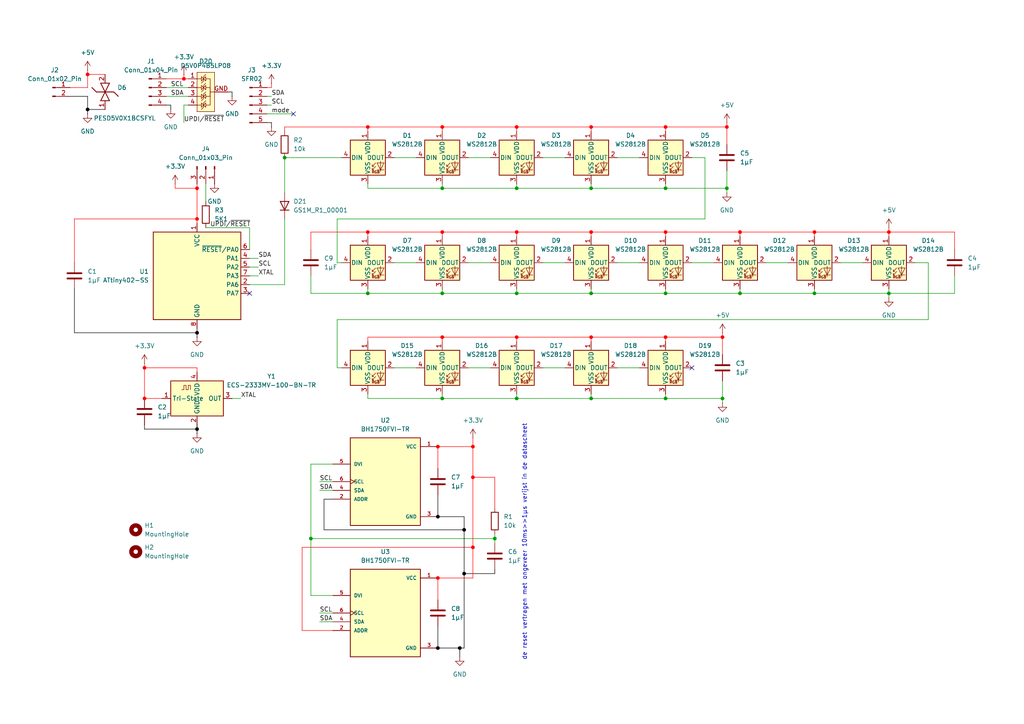
<source format=kicad_sch>
(kicad_sch (version 20250114) (generator "eeschema") (generator_version "9.0")
  (paper "A4")
  (lib_symbols
    (symbol "BH1750FVI-TR:BH1750FVI-TR" (pin_names (offset 1.016))
      (property "Reference" "U" (at -10.1737 13.462 0))
      (property "Value" "BH1750FVI-TR" (at -9.922 -15.24 0))
      (symbol "BH1750FVI-TR_0_0"
        (pin input line (at -15.24 5.08 0) (length 5.08) (name "DVI") (number "5"))
        (pin input clock (at -15.24 0 0) (length 5.08) (name "SCL") (number "6"))
        (pin bidirectional line (at -15.24 -2.54 0) (length 5.08) (name "SDA") (number "4"))
        (pin input line (at -15.24 -5.08 0) (length 5.08) (name "ADDR") (number "2"))
        (pin power_in line (at 15.24 10.16 180) (length 5.08) (name "VCC") (number "1"))
        (pin power_in line (at 15.24 -10.16 180) (length 5.08) (name "GND") (number "3"))
      )
    )
    (symbol "Connector:Conn_01x02_Pin" (pin_names (offset 1.016) (hide yes))
      (property "Reference" "J" (at 0 2.54 0))
      (property "Value" "Conn_01x02_Pin" (at 0 -5.08 0))
      (symbol "Conn_01x02_Pin_1_1"
        (pin passive line (at 5.08 0 180) (length 3.81) (name "Pin_1") (number "1"))
        (pin passive line (at 5.08 -2.54 180) (length 3.81) (name "Pin_2") (number "2"))
      )
    )
    (symbol "Connector:Conn_01x03_Pin" (pin_names (offset 1.016) (hide yes))
      (property "Reference" "J" (at 0 5.08 0))
      (property "Value" "Conn_01x03_Pin" (at 0 -5.08 0))
      (symbol "Conn_01x03_Pin_1_1"
        (pin passive line (at 5.08 2.54 180) (length 3.81) (name "Pin_1") (number "1"))
        (pin passive line (at 5.08 0 180) (length 3.81) (name "Pin_2") (number "2"))
        (pin passive line (at 5.08 -2.54 180) (length 3.81) (name "Pin_3") (number "3"))
      )
    )
    (symbol "Connector:Conn_01x04_Pin" (pin_names (offset 1.016) (hide yes))
      (property "Reference" "J" (at 0 5.08 0))
      (property "Value" "Conn_01x04_Pin" (at 0 -7.62 0))
      (symbol "Conn_01x04_Pin_1_1"
        (pin passive line (at 5.08 2.54 180) (length 3.81) (name "Pin_1") (number "1"))
        (pin passive line (at 5.08 0 180) (length 3.81) (name "Pin_2") (number "2"))
        (pin passive line (at 5.08 -2.54 180) (length 3.81) (name "Pin_3") (number "3"))
        (pin passive line (at 5.08 -5.08 180) (length 3.81) (name "Pin_4") (number "4"))
      )
    )
    (symbol "Connector:Conn_01x05_Pin" (pin_names (offset 1.016) (hide yes))
      (property "Reference" "J" (at 0 7.62 0))
      (property "Value" "Conn_01x05_Pin" (at 0 -7.62 0))
      (symbol "Conn_01x05_Pin_1_1"
        (pin passive line (at 5.08 5.08 180) (length 3.81) (name "Pin_1") (number "1"))
        (pin passive line (at 5.08 2.54 180) (length 3.81) (name "Pin_2") (number "2"))
        (pin passive line (at 5.08 0 180) (length 3.81) (name "Pin_3") (number "3"))
        (pin passive line (at 5.08 -2.54 180) (length 3.81) (name "Pin_4") (number "4"))
        (pin passive line (at 5.08 -5.08 180) (length 3.81) (name "Pin_5") (number "5"))
      )
    )
    (symbol "Device:C" (pin_numbers (hide yes)) (pin_names (offset 0.254))
      (property "Reference" "C" (at 0.635 2.54 0))
      (property "Value" "C" (at 0.635 -2.54 0))
      (symbol "C_1_1"
        (pin passive line (at 0 3.81 270) (length 2.794) (name "~") (number "1"))
        (pin passive line (at 0 -3.81 90) (length 2.794) (name "~") (number "2"))
      )
    )
    (symbol "Device:D" (pin_numbers (hide yes)) (pin_names (offset 1.016) (hide yes))
      (property "Reference" "D" (at 0 2.54 0))
      (property "Value" "D" (at 0 -2.54 0))
      (symbol "D_1_1"
        (pin passive line (at -3.81 0 0) (length 2.54) (name "K") (number "1"))
        (pin passive line (at 3.81 0 180) (length 2.54) (name "A") (number "2"))
      )
    )
    (symbol "Device:R" (pin_numbers (hide yes)) (pin_names (offset 0))
      (property "Reference" "R" (at 2.032 0 90))
      (property "Value" "R" (at 0 0 90))
      (symbol "R_1_1"
        (pin passive line (at 0 3.81 270) (length 1.27) (name "~") (number "1"))
        (pin passive line (at 0 -3.81 90) (length 1.27) (name "~") (number "2"))
      )
    )
    (symbol "LED:WS2812B" (pin_names (offset 0.254))
      (property "Reference" "D" (at 5.08 5.715 0))
      (property "Value" "WS2812B" (at 1.27 -5.715 0))
      (symbol "WS2812B_0_0"
        (text "RGB" (at 2.286 -4.191 0) (effects (font (size 0.762 0.762))))
      )
      (symbol "WS2812B_1_1"
        (pin input line (at -7.62 0 0) (length 2.54) (name "DIN") (number "4"))
        (pin power_in line (at 0 7.62 270) (length 2.54) (name "VDD") (number "1"))
        (pin power_in line (at 0 -7.62 90) (length 2.54) (name "VSS") (number "3"))
        (pin output line (at 7.62 0 180) (length 2.54) (name "DOUT") (number "2"))
      )
    )
    (symbol "MCU_Microchip_ATtiny:ATtiny202-SS"
      (property "Reference" "U" (at -12.7 13.97 0))
      (property "Value" "ATtiny202-SS" (at 2.54 -13.97 0))
      (symbol "ATtiny202-SS_1_1"
        (pin power_in line (at 0 15.24 270) (length 2.54) (name "VCC") (number "1"))
        (pin power_in line (at 0 -15.24 90) (length 2.54) (name "GND") (number "8"))
        (pin bidirectional line (at 15.24 7.62 180) (length 2.54) (name "~{RESET}/PA0") (number "6"))
        (pin bidirectional line (at 15.24 5.08 180) (length 2.54) (name "PA1") (number "4"))
        (pin bidirectional line (at 15.24 2.54 180) (length 2.54) (name "PA2") (number "5"))
        (pin bidirectional line (at 15.24 0 180) (length 2.54) (name "PA3") (number "7"))
        (pin bidirectional line (at 15.24 -2.54 180) (length 2.54) (name "PA6") (number "2"))
        (pin bidirectional line (at 15.24 -5.08 180) (length 2.54) (name "PA7") (number "3"))
      )
    )
    (symbol "Mechanical:MountingHole" (pin_names (offset 1.016)) (exclude_from_sim yes) (in_bom no)
      (property "Reference" "H" (at 0 5.08 0))
      (property "Value" "MountingHole" (at 0 3.175 0))
    )
    (symbol "PESD5V0X1BCSFYL:PESD5V0X1BCSFYL" (pin_names (hide yes))
      (property "Reference" "D" (at 15.24 8.89 0))
      (property "Value" "PESD5V0X1BCSFYL" (at 15.24 6.35 0))
      (symbol "PESD5V0X1BCSFYL_1_1"
        (pin passive line (at 5.08 0 0) (length 2.54) (name "K1") (number "1"))
        (pin passive line (at 15.24 0 180) (length 2.54) (name "K2") (number "2"))
      )
    )
    (symbol "power:+3.3V" (power) (pin_numbers (hide yes)) (pin_names (offset 0) (hide yes))
      (property "Value" "+3.3V" (at 0 3.556 0))
      (symbol "+3.3V_1_1"
        (pin power_in line (at 0 0 90) (length 0) (name "~") (number "1"))
      )
    )
    (symbol "power:+5V" (power) (pin_numbers (hide yes)) (pin_names (offset 0) (hide yes))
      (property "Value" "+5V" (at 0 3.556 0))
      (symbol "+5V_1_1"
        (pin power_in line (at 0 0 90) (length 0) (name "~") (number "1"))
      )
    )
    (symbol "power:GND" (power) (pin_numbers (hide yes)) (pin_names (offset 0) (hide yes))
      (property "Value" "GND" (at 0 -3.81 0))
      (symbol "GND_1_1"
        (pin power_in line (at 0 0 270) (length 0) (name "~") (number "1"))
      )
    )
    (symbol "robot:D5V0P4B5LP08"
      (property "Reference" "D" (at 0 0 0))
      (symbol "D5V0P4B5LP08_1_1"
        (pin passive line (at -2.54 -2.54 0) (length 2.54) (name "") (number "1"))
        (pin passive line (at -2.54 -5.08 0) (length 2.54) (name "") (number "2"))
        (pin passive line (at -2.54 -7.62 0) (length 2.54) (name "") (number "3"))
        (pin passive line (at -2.54 -10.16 0) (length 2.54) (name "") (number "4"))
        (pin passive line (at 8.89 -6.35 180) (length 3.81) (name "") (number "GND"))
      )
    )
    (symbol "robot:ECS-2333MV-xxx-xx"
      (property "Reference" "Y" (at -5.08 6.35 0))
      (property "Value" "ECS-2333MV-xxx-xx" (at 1.27 -6.35 0))
      (symbol "ECS-2333MV-xxx-xx_1_1"
        (pin input line (at -10.16 0 0) (length 2.54) (name "Tri-State") (number "1"))
        (pin power_in line (at 0 7.62 270) (length 2.54) (name "VDD") (number "4"))
        (pin power_in line (at 0 -7.62 90) (length 2.54) (name "GND") (number "2"))
        (pin output line (at 10.16 0 180) (length 2.54) (name "OUT") (number "3"))
      )
    )
  )
  (text "de reset vertragen met ongeveer 10ms>>1µs verijst in de datascheet" (at 152.146 157.226 90) (effects (font (size 1.27 1.27))))
  (junction (at 214.63 85.09))
  (junction (at 128.27 115.57))
  (junction (at 127 129.54) (color 255 0 0 1))
  (junction (at 193.04 85.09))
  (junction (at 128.27 54.61))
  (junction (at 209.55 97.79) (color 255 0 0 1))
  (junction (at 90.17 156.21))
  (junction (at 57.15 124.46) (color 0 0 0 1))
  (junction (at 137.16 129.54) (color 255 0 0 1))
  (junction (at 57.15 96.52) (color 0 0 0 1))
  (junction (at 257.81 67.31) (color 255 0 0 1))
  (junction (at 171.45 85.09))
  (junction (at 236.22 85.09))
  (junction (at 171.45 97.79) (color 255 0 0 1))
  (junction (at 193.04 54.61))
  (junction (at 57.15 54.61) (color 255 0 0 1))
  (junction (at 137.16 138.43) (color 255 0 0 1))
  (junction (at 149.86 97.79) (color 255 0 0 1))
  (junction (at 128.27 36.83) (color 255 0 0 1))
  (junction (at 41.91 106.68) (color 255 0 0 1))
  (junction (at 193.04 97.79) (color 255 0 0 1))
  (junction (at 127 167.64) (color 255 0 0 1))
  (junction (at 127 187.96) (color 0 0 0 1))
  (junction (at 171.45 54.61))
  (junction (at 149.86 85.09))
  (junction (at 106.68 85.09))
  (junction (at 128.27 67.31) (color 255 0 0 1))
  (junction (at 171.45 36.83) (color 255 0 0 1))
  (junction (at 57.15 63.5) (color 255 0 0 1))
  (junction (at 137.16 158.75) (color 255 0 0 1))
  (junction (at 149.86 115.57))
  (junction (at 41.91 115.57) (color 255 0 0 1))
  (junction (at 25.4 31.75) (color 0 0 0 1))
  (junction (at 82.55 45.72))
  (junction (at 134.62 153.67) (color 0 0 0 1))
  (junction (at 149.86 54.61))
  (junction (at 133.35 187.96) (color 0 0 0 1))
  (junction (at 193.04 36.83) (color 255 0 0 1))
  (junction (at 193.04 67.31) (color 255 0 0 1))
  (junction (at 209.55 115.57))
  (junction (at 193.04 115.57))
  (junction (at 210.82 36.83) (color 255 0 0 1))
  (junction (at 25.4 21.59) (color 255 0 0 1))
  (junction (at 127 149.86) (color 0 0 0 1))
  (junction (at 210.82 54.61))
  (junction (at 106.68 67.31) (color 255 0 0 1))
  (junction (at 106.68 36.83) (color 255 0 0 1))
  (junction (at 171.45 67.31) (color 255 0 0 1))
  (junction (at 236.22 67.31) (color 255 0 0 1))
  (junction (at 257.81 85.09))
  (junction (at 134.62 166.37) (color 0 0 0 1))
  (junction (at 149.86 36.83) (color 255 0 0 1))
  (junction (at 149.86 67.31) (color 255 0 0 1))
  (junction (at 214.63 67.31) (color 255 0 0 1))
  (junction (at 143.51 156.21))
  (junction (at 53.34 22.86) (color 255 0 0 1))
  (junction (at 171.45 115.57))
  (junction (at 128.27 97.79) (color 255 0 0 1))
  (junction (at 128.27 85.09))
  (no_connect (at 200.66 106.68))
  (no_connect (at 72.39 85.09))
  (no_connect (at 85.09 33.02))
  (wire (pts (xy 127 149.86) (xy 134.62 149.86)) (stroke (width 0) (color 0 0 0 1)))
  (wire (pts (xy 41.91 124.46) (xy 57.15 124.46)) (stroke (width 0) (color 0 0 0 1)))
  (wire (pts (xy 137.16 138.43) (xy 143.51 138.43)) (stroke (width 0) (color 255 0 0 1)))
  (wire (pts (xy 171.45 114.3) (xy 171.45 115.57)))
  (wire (pts (xy 210.82 36.83) (xy 193.04 36.83)) (stroke (width 0) (color 255 0 0 1)))
  (wire (pts (xy 54.61 30.48) (xy 53.34 30.48)))
  (wire (pts (xy 143.51 138.43) (xy 143.51 147.32)) (stroke (width 0) (color 255 0 0 1)))
  (wire (pts (xy 106.68 97.79) (xy 128.27 97.79)) (stroke (width 0) (color 255 0 0 1)))
  (wire (pts (xy 114.3 76.2) (xy 120.65 76.2)))
  (wire (pts (xy 193.04 97.79) (xy 209.55 97.79)) (stroke (width 0) (color 255 0 0 1)))
  (wire (pts (xy 92.71 142.24) (xy 96.52 142.24)))
  (wire (pts (xy 48.26 30.48) (xy 49.53 30.48)) (stroke (width 0) (color 0 0 0 1)))
  (wire (pts (xy 54.61 22.86) (xy 53.34 22.86)) (stroke (width 0) (color 255 0 0 1)))
  (wire (pts (xy 157.48 76.2) (xy 163.83 76.2)))
  (wire (pts (xy 128.27 36.83) (xy 128.27 38.1)) (stroke (width 0) (color 255 0 0 1)))
  (wire (pts (xy 149.86 36.83) (xy 149.86 38.1)) (stroke (width 0) (color 255 0 0 1)))
  (wire (pts (xy 137.16 138.43) (xy 137.16 129.54)) (stroke (width 0) (color 255 0 0 1)))
  (wire (pts (xy 135.89 76.2) (xy 142.24 76.2)))
  (wire (pts (xy 106.68 54.61) (xy 128.27 54.61)))
  (wire (pts (xy 72.39 80.01) (xy 74.93 80.01)))
  (wire (pts (xy 276.86 72.39) (xy 276.86 67.31)) (stroke (width 0) (color 255 0 0 1)))
  (wire (pts (xy 72.39 74.93) (xy 74.93 74.93)))
  (wire (pts (xy 41.91 105.41) (xy 41.91 106.68)) (stroke (width 0) (color 255 0 0 1)))
  (wire (pts (xy 92.71 139.7) (xy 96.52 139.7)))
  (wire (pts (xy 193.04 114.3) (xy 193.04 115.57)))
  (wire (pts (xy 149.86 54.61) (xy 171.45 54.61)))
  (wire (pts (xy 53.34 30.48) (xy 53.34 35.56)))
  (wire (pts (xy 209.55 110.49) (xy 209.55 115.57)))
  (wire (pts (xy 57.15 63.5) (xy 57.15 64.77)) (stroke (width 0) (color 255 0 0 1)))
  (wire (pts (xy 128.27 97.79) (xy 149.86 97.79)) (stroke (width 0) (color 255 0 0 1)))
  (wire (pts (xy 171.45 85.09) (xy 193.04 85.09)))
  (wire (pts (xy 57.15 124.46) (xy 57.15 123.19)) (stroke (width 0) (color 0 0 0 1)))
  (wire (pts (xy 77.47 33.02) (xy 85.09 33.02)))
  (wire (pts (xy 134.62 187.96) (xy 133.35 187.96)) (stroke (width 0) (color 0 0 0 1)))
  (wire (pts (xy 171.45 53.34) (xy 171.45 54.61)))
  (wire (pts (xy 179.07 76.2) (xy 185.42 76.2)))
  (wire (pts (xy 82.55 63.5) (xy 82.55 82.55)))
  (wire (pts (xy 96.52 172.72) (xy 90.17 172.72)))
  (wire (pts (xy 214.63 85.09) (xy 236.22 85.09)))
  (wire (pts (xy 171.45 83.82) (xy 171.45 85.09)))
  (wire (pts (xy 137.16 158.75) (xy 137.16 138.43)) (stroke (width 0) (color 255 0 0 1)))
  (wire (pts (xy 209.55 97.79) (xy 209.55 102.87)) (stroke (width 0) (color 255 0 0 1)))
  (wire (pts (xy 90.17 172.72) (xy 90.17 156.21)))
  (wire (pts (xy 269.24 76.2) (xy 265.43 76.2)))
  (wire (pts (xy 236.22 67.31) (xy 257.81 67.31)) (stroke (width 0) (color 255 0 0 1)))
  (wire (pts (xy 77.47 35.56) (xy 78.74 35.56)) (stroke (width 0) (color 0 0 0 1)))
  (wire (pts (xy 57.15 95.25) (xy 57.15 96.52)) (stroke (width 0) (color 0 0 0 1)))
  (wire (pts (xy 269.24 92.71) (xy 269.24 76.2)))
  (wire (pts (xy 128.27 36.83) (xy 106.68 36.83)) (stroke (width 0) (color 255 0 0 1)))
  (wire (pts (xy 114.3 106.68) (xy 120.65 106.68)))
  (wire (pts (xy 157.48 106.68) (xy 163.83 106.68)))
  (wire (pts (xy 90.17 134.62) (xy 90.17 156.21)))
  (wire (pts (xy 82.55 55.88) (xy 82.55 45.72)))
  (wire (pts (xy 210.82 49.53) (xy 210.82 54.61)))
  (wire (pts (xy 171.45 67.31) (xy 193.04 67.31)) (stroke (width 0) (color 255 0 0 1)))
  (wire (pts (xy 179.07 45.72) (xy 185.42 45.72)))
  (wire (pts (xy 134.62 166.37) (xy 134.62 187.96)) (stroke (width 0) (color 0 0 0 1)))
  (wire (pts (xy 149.86 67.31) (xy 171.45 67.31)) (stroke (width 0) (color 255 0 0 1)))
  (wire (pts (xy 41.91 115.57) (xy 46.99 115.57)) (stroke (width 0) (color 255 0 0 1)))
  (wire (pts (xy 143.51 154.94) (xy 143.51 156.21)))
  (wire (pts (xy 106.68 67.31) (xy 90.17 67.31)) (stroke (width 0) (color 255 0 0 1)))
  (wire (pts (xy 171.45 36.83) (xy 149.86 36.83)) (stroke (width 0) (color 255 0 0 1)))
  (wire (pts (xy 25.4 31.75) (xy 30.48 31.75)) (stroke (width 0) (color 0 0 0 1)))
  (wire (pts (xy 93.98 144.78) (xy 93.98 153.67)) (stroke (width 0) (color 0 0 0 1)))
  (wire (pts (xy 41.91 124.46) (xy 41.91 123.19)) (stroke (width 0) (color 0 0 0 1)))
  (wire (pts (xy 214.63 83.82) (xy 214.63 85.09)))
  (wire (pts (xy 49.53 30.48) (xy 49.53 31.75)) (stroke (width 0) (color 0 0 0 1)))
  (wire (pts (xy 87.63 158.75) (xy 137.16 158.75)) (stroke (width 0) (color 255 0 0 1)))
  (wire (pts (xy 143.51 157.48) (xy 143.51 156.21)))
  (wire (pts (xy 157.48 45.72) (xy 163.83 45.72)))
  (wire (pts (xy 171.45 54.61) (xy 193.04 54.61)))
  (wire (pts (xy 82.55 45.72) (xy 99.06 45.72)))
  (wire (pts (xy 128.27 97.79) (xy 128.27 99.06)) (stroke (width 0) (color 255 0 0 1)))
  (wire (pts (xy 179.07 106.68) (xy 185.42 106.68)))
  (wire (pts (xy 193.04 97.79) (xy 193.04 99.06)) (stroke (width 0) (color 255 0 0 1)))
  (wire (pts (xy 97.79 92.71) (xy 269.24 92.71)))
  (wire (pts (xy 93.98 153.67) (xy 134.62 153.67)) (stroke (width 0) (color 0 0 0 1)))
  (wire (pts (xy 106.68 115.57) (xy 106.68 114.3)))
  (wire (pts (xy 257.81 85.09) (xy 257.81 86.36)))
  (wire (pts (xy 149.86 97.79) (xy 149.86 99.06)) (stroke (width 0) (color 255 0 0 1)))
  (wire (pts (xy 57.15 124.46) (xy 57.15 125.73)) (stroke (width 0) (color 0 0 0 1)))
  (wire (pts (xy 82.55 36.83) (xy 82.55 38.1)) (stroke (width 0) (color 255 0 0 1)))
  (wire (pts (xy 59.69 53.34) (xy 59.69 58.42)))
  (wire (pts (xy 57.15 106.68) (xy 57.15 107.95)) (stroke (width 0) (color 255 0 0 1)))
  (wire (pts (xy 87.63 182.88) (xy 87.63 158.75)) (stroke (width 0) (color 255 0 0 1)))
  (wire (pts (xy 127 167.64) (xy 127 173.99)) (stroke (width 0) (color 255 0 0 1)))
  (wire (pts (xy 209.55 97.79) (xy 209.55 96.52)) (stroke (width 0) (color 255 0 0 1)))
  (wire (pts (xy 53.34 22.86) (xy 53.34 21.59)) (stroke (width 0) (color 255 0 0 1)))
  (wire (pts (xy 114.3 45.72) (xy 120.65 45.72)))
  (wire (pts (xy 77.47 30.48) (xy 78.74 30.48)))
  (wire (pts (xy 77.47 25.4) (xy 78.74 25.4)) (stroke (width 0) (color 255 0 0 1)))
  (wire (pts (xy 134.62 149.86) (xy 134.62 153.67)) (stroke (width 0) (color 0 0 0 1)))
  (wire (pts (xy 106.68 67.31) (xy 128.27 67.31)) (stroke (width 0) (color 255 0 0 1)))
  (wire (pts (xy 193.04 36.83) (xy 171.45 36.83)) (stroke (width 0) (color 255 0 0 1)))
  (wire (pts (xy 25.4 21.59) (xy 30.48 21.59)) (stroke (width 0) (color 255 0 0 1)))
  (wire (pts (xy 149.86 53.34) (xy 149.86 54.61)))
  (wire (pts (xy 128.27 54.61) (xy 149.86 54.61)))
  (wire (pts (xy 214.63 67.31) (xy 236.22 67.31)) (stroke (width 0) (color 255 0 0 1)))
  (wire (pts (xy 171.45 115.57) (xy 149.86 115.57)))
  (wire (pts (xy 90.17 67.31) (xy 90.17 72.39)) (stroke (width 0) (color 255 0 0 1)))
  (wire (pts (xy 149.86 85.09) (xy 171.45 85.09)))
  (wire (pts (xy 21.59 83.82) (xy 21.59 96.52)) (stroke (width 0) (color 0 0 0 1)))
  (wire (pts (xy 222.25 76.2) (xy 228.6 76.2)))
  (wire (pts (xy 106.68 85.09) (xy 128.27 85.09)))
  (wire (pts (xy 236.22 83.82) (xy 236.22 85.09)))
  (wire (pts (xy 96.52 144.78) (xy 93.98 144.78)) (stroke (width 0) (color 0 0 0 1)))
  (wire (pts (xy 257.81 67.31) (xy 276.86 67.31)) (stroke (width 0) (color 255 0 0 1)))
  (wire (pts (xy 72.39 82.55) (xy 82.55 82.55)))
  (wire (pts (xy 50.8 54.61) (xy 57.15 54.61)) (stroke (width 0) (color 255 0 0 1)))
  (wire (pts (xy 25.4 25.4) (xy 25.4 21.59)) (stroke (width 0) (color 255 0 0 1)))
  (wire (pts (xy 236.22 67.31) (xy 236.22 68.58)) (stroke (width 0) (color 255 0 0 1)))
  (wire (pts (xy 21.59 96.52) (xy 57.15 96.52)) (stroke (width 0) (color 0 0 0 1)))
  (wire (pts (xy 25.4 21.59) (xy 25.4 20.32)) (stroke (width 0) (color 255 0 0 1)))
  (wire (pts (xy 25.4 31.75) (xy 25.4 33.02)) (stroke (width 0) (color 0 0 0 1)))
  (wire (pts (xy 133.35 187.96) (xy 133.35 190.5)) (stroke (width 0) (color 0 0 0 1)))
  (wire (pts (xy 57.15 53.34) (xy 57.15 54.61)) (stroke (width 0) (color 255 0 0 1)))
  (wire (pts (xy 106.68 53.34) (xy 106.68 54.61)))
  (wire (pts (xy 128.27 67.31) (xy 128.27 68.58)) (stroke (width 0) (color 255 0 0 1)))
  (wire (pts (xy 97.79 76.2) (xy 97.79 63.5)))
  (wire (pts (xy 193.04 83.82) (xy 193.04 85.09)))
  (wire (pts (xy 92.71 180.34) (xy 96.52 180.34)))
  (wire (pts (xy 20.32 27.94) (xy 25.4 27.94)) (stroke (width 0) (color 0 0 0 1)))
  (wire (pts (xy 193.04 53.34) (xy 193.04 54.61)))
  (wire (pts (xy 66.04 26.67) (xy 67.31 26.67)) (stroke (width 0) (color 0 0 0 1)))
  (wire (pts (xy 257.81 66.04) (xy 257.81 67.31)) (stroke (width 0) (color 255 0 0 1)))
  (wire (pts (xy 106.68 36.83) (xy 82.55 36.83)) (stroke (width 0) (color 255 0 0 1)))
  (wire (pts (xy 193.04 67.31) (xy 193.04 68.58)) (stroke (width 0) (color 255 0 0 1)))
  (wire (pts (xy 48.26 25.4) (xy 54.61 25.4)))
  (wire (pts (xy 48.26 27.94) (xy 54.61 27.94)))
  (wire (pts (xy 50.8 53.34) (xy 50.8 54.61)) (stroke (width 0) (color 255 0 0 1)))
  (wire (pts (xy 135.89 45.72) (xy 142.24 45.72)))
  (wire (pts (xy 200.66 45.72) (xy 204.47 45.72)))
  (wire (pts (xy 127 167.64) (xy 137.16 167.64)) (stroke (width 0) (color 255 0 0 1)))
  (wire (pts (xy 48.26 22.86) (xy 53.34 22.86)) (stroke (width 0) (color 255 0 0 1)))
  (wire (pts (xy 243.84 76.2) (xy 250.19 76.2)))
  (wire (pts (xy 210.82 36.83) (xy 210.82 41.91)) (stroke (width 0) (color 255 0 0 1)))
  (wire (pts (xy 149.86 97.79) (xy 171.45 97.79)) (stroke (width 0) (color 255 0 0 1)))
  (wire (pts (xy 96.52 134.62) (xy 90.17 134.62)))
  (wire (pts (xy 106.68 83.82) (xy 106.68 85.09)))
  (wire (pts (xy 128.27 85.09) (xy 149.86 85.09)))
  (wire (pts (xy 90.17 156.21) (xy 143.51 156.21)))
  (wire (pts (xy 257.81 67.31) (xy 257.81 68.58)) (stroke (width 0) (color 255 0 0 1)))
  (wire (pts (xy 57.15 54.61) (xy 57.15 63.5)) (stroke (width 0) (color 255 0 0 1)))
  (wire (pts (xy 276.86 85.09) (xy 276.86 80.01)))
  (wire (pts (xy 127 135.89) (xy 127 129.54)) (stroke (width 0) (color 255 0 0 1)))
  (wire (pts (xy 20.32 25.4) (xy 25.4 25.4)) (stroke (width 0) (color 255 0 0 1)))
  (wire (pts (xy 193.04 67.31) (xy 214.63 67.31)) (stroke (width 0) (color 255 0 0 1)))
  (wire (pts (xy 236.22 85.09) (xy 257.81 85.09)))
  (wire (pts (xy 72.39 77.47) (xy 74.93 77.47)))
  (wire (pts (xy 193.04 115.57) (xy 171.45 115.57)))
  (wire (pts (xy 59.69 66.04) (xy 72.39 66.04)))
  (wire (pts (xy 127 143.51) (xy 127 149.86)) (stroke (width 0) (color 0 0 0 1)))
  (wire (pts (xy 106.68 99.06) (xy 106.68 97.79)) (stroke (width 0) (color 255 0 0 1)))
  (wire (pts (xy 149.86 83.82) (xy 149.86 85.09)))
  (wire (pts (xy 99.06 76.2) (xy 97.79 76.2)))
  (wire (pts (xy 90.17 80.01) (xy 90.17 85.09)))
  (wire (pts (xy 128.27 83.82) (xy 128.27 85.09)))
  (wire (pts (xy 97.79 63.5) (xy 204.47 63.5)))
  (wire (pts (xy 257.81 85.09) (xy 276.86 85.09)))
  (wire (pts (xy 78.74 35.56) (xy 78.74 36.83)) (stroke (width 0) (color 0 0 0 1)))
  (wire (pts (xy 106.68 38.1) (xy 106.68 36.83)) (stroke (width 0) (color 255 0 0 1)))
  (wire (pts (xy 57.15 96.52) (xy 57.15 97.79)) (stroke (width 0) (color 0 0 0 1)))
  (wire (pts (xy 97.79 92.71) (xy 97.79 106.68)))
  (wire (pts (xy 67.31 26.67) (xy 67.31 27.94)) (stroke (width 0) (color 0 0 0 1)))
  (wire (pts (xy 171.45 67.31) (xy 171.45 68.58)) (stroke (width 0) (color 255 0 0 1)))
  (wire (pts (xy 137.16 129.54) (xy 137.16 127)) (stroke (width 0) (color 255 0 0 1)))
  (wire (pts (xy 193.04 85.09) (xy 214.63 85.09)))
  (wire (pts (xy 200.66 76.2) (xy 207.01 76.2)))
  (wire (pts (xy 210.82 35.56) (xy 210.82 36.83)) (stroke (width 0) (color 255 0 0 1)))
  (wire (pts (xy 193.04 54.61) (xy 210.82 54.61)))
  (wire (pts (xy 149.86 67.31) (xy 149.86 68.58)) (stroke (width 0) (color 255 0 0 1)))
  (wire (pts (xy 67.31 115.57) (xy 69.85 115.57)))
  (wire (pts (xy 128.27 67.31) (xy 149.86 67.31)) (stroke (width 0) (color 255 0 0 1)))
  (wire (pts (xy 127 181.61) (xy 127 187.96)) (stroke (width 0) (color 0 0 0 1)))
  (wire (pts (xy 214.63 67.31) (xy 214.63 68.58)) (stroke (width 0) (color 255 0 0 1)))
  (wire (pts (xy 106.68 68.58) (xy 106.68 67.31)) (stroke (width 0) (color 255 0 0 1)))
  (wire (pts (xy 21.59 63.5) (xy 57.15 63.5)) (stroke (width 0) (color 255 0 0 1)))
  (wire (pts (xy 149.86 36.83) (xy 128.27 36.83)) (stroke (width 0) (color 255 0 0 1)))
  (wire (pts (xy 127 187.96) (xy 133.35 187.96)) (stroke (width 0) (color 0 0 0 1)))
  (wire (pts (xy 128.27 114.3) (xy 128.27 115.57)))
  (wire (pts (xy 72.39 66.04) (xy 72.39 72.39)))
  (wire (pts (xy 210.82 54.61) (xy 210.82 55.88)))
  (wire (pts (xy 137.16 129.54) (xy 127 129.54)) (stroke (width 0) (color 255 0 0 1)))
  (wire (pts (xy 77.47 27.94) (xy 78.74 27.94)))
  (wire (pts (xy 21.59 63.5) (xy 21.59 76.2)) (stroke (width 0) (color 255 0 0 1)))
  (wire (pts (xy 209.55 115.57) (xy 209.55 116.84)))
  (wire (pts (xy 134.62 153.67) (xy 134.62 166.37)) (stroke (width 0) (color 0 0 0 1)))
  (wire (pts (xy 57.15 106.68) (xy 41.91 106.68)) (stroke (width 0) (color 255 0 0 1)))
  (wire (pts (xy 171.45 36.83) (xy 171.45 38.1)) (stroke (width 0) (color 255 0 0 1)))
  (wire (pts (xy 41.91 106.68) (xy 41.91 115.57)) (stroke (width 0) (color 255 0 0 1)))
  (wire (pts (xy 92.71 177.8) (xy 96.52 177.8)))
  (wire (pts (xy 209.55 115.57) (xy 193.04 115.57)))
  (wire (pts (xy 97.79 106.68) (xy 99.06 106.68)))
  (wire (pts (xy 134.62 166.37) (xy 143.51 166.37)) (stroke (width 0) (color 0 0 0 1)))
  (wire (pts (xy 149.86 114.3) (xy 149.86 115.57)))
  (wire (pts (xy 171.45 97.79) (xy 193.04 97.79)) (stroke (width 0) (color 255 0 0 1)))
  (wire (pts (xy 57.15 124.46) (xy 57.15 123.19)))
  (wire (pts (xy 78.74 25.4) (xy 78.74 24.13)) (stroke (width 0) (color 255 0 0 1)))
  (wire (pts (xy 135.89 106.68) (xy 142.24 106.68)))
  (wire (pts (xy 149.86 115.57) (xy 128.27 115.57)))
  (wire (pts (xy 257.81 83.82) (xy 257.81 85.09)))
  (wire (pts (xy 128.27 53.34) (xy 128.27 54.61)))
  (wire (pts (xy 171.45 97.79) (xy 171.45 99.06)) (stroke (width 0) (color 255 0 0 1)))
  (wire (pts (xy 137.16 167.64) (xy 137.16 158.75)) (stroke (width 0) (color 255 0 0 1)))
  (wire (pts (xy 193.04 36.83) (xy 193.04 38.1)) (stroke (width 0) (color 255 0 0 1)))
  (wire (pts (xy 128.27 115.57) (xy 106.68 115.57)))
  (wire (pts (xy 204.47 45.72) (xy 204.47 63.5)))
  (wire (pts (xy 96.52 182.88) (xy 87.63 182.88)) (stroke (width 0) (color 255 0 0 1)))
  (wire (pts (xy 90.17 85.09) (xy 106.68 85.09)))
  (wire (pts (xy 25.4 27.94) (xy 25.4 31.75)) (stroke (width 0) (color 0 0 0 1)))
  (wire (pts (xy 143.51 166.37) (xy 143.51 165.1)) (stroke (width 0) (color 0 0 0 1)))
  (label "UPDI{slash}~{RESET}" (at 60.96 66.04 0))
  (label "SDA" (at 78.74 27.94 0))
  (label "SCL" (at 92.71 139.7 0))
  (label "SCL" (at 78.74 30.48 0))
  (label "SDA" (at 92.71 180.34 0))
  (label "SDA" (at 92.71 142.24 0))
  (label "mode" (at 78.74 33.02 0))
  (label "SDA" (at 74.93 74.93 0))
  (label "UPDI{slash}~{RESET}" (at 53.34 35.56 0))
  (label "XTAL" (at 74.93 80.01 0))
  (label "SCL" (at 92.71 177.8 0))
  (label "SCL" (at 49.53 25.4 0))
  (label "XTAL" (at 69.85 115.57 0))
  (label "SCL" (at 74.93 77.47 0))
  (label "SDA" (at 49.53 27.94 0))
  (symbol (lib_id "Connector:Conn_01x02_Pin") (at 15.24 25.4 0) (unit 1)
    (property "Reference" "J2" (at 15.875 20.32 0))
    (property "Value" "Conn_01x02_Pin" (at 15.875 22.86 0))
    (property "Footprint" "Connector_PinHeader_2.54mm:PinHeader_1x02_P2.54mm_Vertical" (effects (hide yes)))
    (property "Description" "Generic connector, single row, 01x02, script generated" (effects (hide yes)))
  )
  (symbol (lib_id "Device:R") (at 59.69 62.23 0) (unit 1)
    (property "Reference" "R3" (at 62.23 60.9599 0) (effects (justify left)))
    (property "Value" "5K1" (at 62.23 63.4999 0) (effects (justify left)))
    (property "Footprint" "Resistor_SMD:R_0603_1608Metric" (effects (hide yes)))
    (property "Description" "Resistor" (effects (hide yes)))
  )
  (symbol (lib_id "power:GND") (at 78.74 36.83 0) (unit 1)
    (property "Reference" "#PWR015" (effects (hide yes)))
    (property "Value" "GND" (at 78.74 41.91 0))
    (property "Description" "Power symbol creates a global label with name \"GND\" , ground" (effects (hide yes)))
  )
  (symbol (lib_id "Device:C") (at 276.86 76.2 0) (unit 1)
    (property "Reference" "C4" (at 280.67 74.9299 0) (effects (justify left)))
    (property "Value" "1µF" (at 280.67 77.4699 0) (effects (justify left)))
    (property "Footprint" "Capacitor_SMD:C_0603_1608Metric" (effects (hide yes)))
    (property "Description" "Unpolarized capacitor" (effects (hide yes)))
  )
  (symbol (lib_id "power:GND") (at 133.35 190.5 0) (unit 1)
    (property "Reference" "#PWR019" (effects (hide yes)))
    (property "Value" "GND" (at 133.35 195.58 0))
    (property "Description" "Power symbol creates a global label with name \"GND\" , ground" (effects (hide yes)))
  )
  (symbol (lib_id "power:GND") (at 67.31 27.94 0) (unit 1)
    (property "Reference" "#PWR020" (effects (hide yes)))
    (property "Value" "GND" (at 67.31 33.02 0))
    (property "Description" "Power symbol creates a global label with name \"GND\" , ground" (effects (hide yes)))
  )
  (symbol (lib_id "Device:C") (at 90.17 76.2 0) (unit 1)
    (property "Reference" "C9" (at 93.98 74.9299 0) (effects (justify left)))
    (property "Value" "1µF" (at 93.98 77.4699 0) (effects (justify left)))
    (property "Footprint" "Capacitor_SMD:C_0603_1608Metric" (effects (hide yes)))
    (property "Description" "Unpolarized capacitor" (effects (hide yes)))
  )
  (symbol (lib_id "Device:D") (at 82.55 59.69 90) (unit 1)
    (property "Reference" "D21" (at 85.09 58.4199 90) (effects (justify right)))
    (property "Value" "GS1M_R1_00001" (at 85.09 60.9599 90) (effects (justify right)))
    (property "Footprint" "Diode_SMD:D_SMA" (effects (hide yes)))
    (property "Description" "Diode" (effects (hide yes)))
    (property "Sim.Device" "D" (effects (hide yes)))
    (property "Sim.Pins" "1=K 2=A" (effects (hide yes)))
  )
  (symbol (lib_id "LED:WS2812B") (at 149.86 76.2 0) (unit 1)
    (property "Reference" "D9" (at 161.29 69.7798 0))
    (property "Value" "WS2812B" (at 161.29 72.3198 0))
    (property "Footprint" "LED_SMD:LED_WS2812B_PLCC4_5.0x5.0mm_P3.2mm" (effects (hide yes)))
    (property "Datasheet" "https://cdn-shop.adafruit.com/datasheets/WS2812B.pdf" (effects (hide yes)))
    (property "Description" "RGB LED with integrated controller" (effects (hide yes)))
  )
  (symbol (lib_id "power:GND") (at 49.53 31.75 0) (unit 1)
    (property "Reference" "#PWR01" (effects (hide yes)))
    (property "Value" "GND" (at 49.53 36.83 0))
    (property "Description" "Power symbol creates a global label with name \"GND\" , ground" (effects (hide yes)))
  )
  (symbol (lib_id "power:+5V") (at 210.82 35.56 0) (unit 1)
    (property "Reference" "#PWR03" (effects (hide yes)))
    (property "Value" "+5V" (at 210.82 30.48 0))
    (property "Description" "Power symbol creates a global label with name \"+5V\"" (effects (hide yes)))
  )
  (symbol (lib_id "LED:WS2812B") (at 106.68 106.68 0) (unit 1)
    (property "Reference" "D15" (at 118.11 100.2598 0))
    (property "Value" "WS2812B" (at 118.11 102.7998 0))
    (property "Footprint" "LED_SMD:LED_WS2812B_PLCC4_5.0x5.0mm_P3.2mm" (effects (hide yes)))
    (property "Datasheet" "https://cdn-shop.adafruit.com/datasheets/WS2812B.pdf" (effects (hide yes)))
    (property "Description" "RGB LED with integrated controller" (effects (hide yes)))
  )
  (symbol (lib_id "robot:ECS-2333MV-xxx-xx") (at 57.15 115.57 0) (unit 1)
    (property "Reference" "Y1" (at 78.74 109.1498 0))
    (property "Value" "ECS-2333MV-100-BN-TR" (at 78.74 111.6898 0))
    (property "Footprint" "Oscillator:ESC-2333-xxx-xxx" (effects (hide yes)))
    (property "Datasheet" "https://www.mouser.be/datasheet/2/122/ecs_2325_2333-8384.pdf" (effects (hide yes)))
    (property "Description" "CMOS Crystal Clock Oscillator, 2.5x3.2 mm SMD" (effects (hide yes)))
  )
  (symbol (lib_id "LED:WS2812B") (at 171.45 106.68 0) (unit 1)
    (property "Reference" "D18" (at 182.88 100.2598 0))
    (property "Value" "WS2812B" (at 182.88 102.7998 0))
    (property "Footprint" "LED_SMD:LED_WS2812B_PLCC4_5.0x5.0mm_P3.2mm" (effects (hide yes)))
    (property "Datasheet" "https://cdn-shop.adafruit.com/datasheets/WS2812B.pdf" (effects (hide yes)))
    (property "Description" "RGB LED with integrated controller" (effects (hide yes)))
  )
  (symbol (lib_id "Device:C") (at 21.59 80.01 0) (unit 1)
    (property "Reference" "C1" (at 25.4 78.7399 0) (effects (justify left)))
    (property "Value" "1µF" (at 25.4 81.2799 0) (effects (justify left)))
    (property "Footprint" "Capacitor_SMD:C_0603_1608Metric" (effects (hide yes)))
    (property "Description" "Unpolarized capacitor" (effects (hide yes)))
  )
  (symbol (lib_id "Connector:Conn_01x04_Pin") (at 43.18 25.4 0) (unit 1)
    (property "Reference" "J1" (at 43.815 17.78 0))
    (property "Value" "Conn_01x04_Pin" (at 43.815 20.32 0))
    (property "Footprint" "Connector_PinHeader_2.54mm:PinHeader_1x04_P2.54mm_Vertical" (effects (hide yes)))
    (property "Description" "Generic connector, single row, 01x04, script generated" (effects (hide yes)))
  )
  (symbol (lib_id "power:+5V") (at 25.4 20.32 0) (unit 1)
    (property "Reference" "#PWR06" (effects (hide yes)))
    (property "Value" "+5V" (at 25.4 15.24 0))
    (property "Description" "Power symbol creates a global label with name \"+5V\"" (effects (hide yes)))
  )
  (symbol (lib_id "power:GND") (at 25.4 33.02 0) (unit 1)
    (property "Reference" "#PWR09" (effects (hide yes)))
    (property "Value" "GND" (at 25.4 38.1 0))
    (property "Description" "Power symbol creates a global label with name \"GND\" , ground" (effects (hide yes)))
  )
  (symbol (lib_id "LED:WS2812B") (at 128.27 106.68 0) (unit 1)
    (property "Reference" "D16" (at 139.7 100.2598 0))
    (property "Value" "WS2812B" (at 139.7 102.7998 0))
    (property "Footprint" "LED_SMD:LED_WS2812B_PLCC4_5.0x5.0mm_P3.2mm" (effects (hide yes)))
    (property "Datasheet" "https://cdn-shop.adafruit.com/datasheets/WS2812B.pdf" (effects (hide yes)))
    (property "Description" "RGB LED with integrated controller" (effects (hide yes)))
  )
  (symbol (lib_id "LED:WS2812B") (at 171.45 76.2 0) (unit 1)
    (property "Reference" "D10" (at 182.88 69.7798 0))
    (property "Value" "WS2812B" (at 182.88 72.3198 0))
    (property "Footprint" "LED_SMD:LED_WS2812B_PLCC4_5.0x5.0mm_P3.2mm" (effects (hide yes)))
    (property "Datasheet" "https://cdn-shop.adafruit.com/datasheets/WS2812B.pdf" (effects (hide yes)))
    (property "Description" "RGB LED with integrated controller" (effects (hide yes)))
  )
  (symbol (lib_id "BH1750FVI-TR:BH1750FVI-TR") (at 111.76 139.7 0) (unit 1)
    (property "Reference" "U2" (at 111.76 121.92 0))
    (property "Value" "BH1750FVI-TR" (at 111.76 124.46 0))
    (property "Footprint" "BH1750FVI-TR:XDCR_BH1750FVI-TR" (effects (hide yes)))
    (property "MF" "Rohm" (effects (hide yes)))
    (property "MAXIMUM_PACKAGE_HEIGHT" "0.75mm" (effects (hide yes)))
    (property "Package" "SMD-6 ROHM Semiconductor" (effects (hide yes)))
    (property "Price" "None" (effects (hide yes)))
    (property "Check_prices" "https://www.snapeda.com/parts/BH1750FVI-TR/Rohm/view-part/?ref=eda" (effects (hide yes)))
    (property "STANDARD" "Manufacturer recommendations" (effects (hide yes)))
    (property "PARTREV" "D" (effects (hide yes)))
    (property "SnapEDA_Link" "https://www.snapeda.com/parts/BH1750FVI-TR/Rohm/view-part/?ref=snap" (effects (hide yes)))
    (property "MP" "BH1750FVI-TR" (effects (hide yes)))
    (property "Description_1" "Optical Sensor Ambient 560nm I2C 6-SMD, Flat Lead Exposed Pad" (effects (hide yes)))
    (property "Availability" "In Stock" (effects (hide yes)))
    (property "MANUFACTURER" "Rohm" (effects (hide yes)))
  )
  (symbol (lib_id "LED:WS2812B") (at 171.45 45.72 0) (unit 1)
    (property "Reference" "D4" (at 182.88 39.2998 0))
    (property "Value" "WS2812B" (at 182.88 41.8398 0))
    (property "Footprint" "LED_SMD:LED_WS2812B_PLCC4_5.0x5.0mm_P3.2mm" (effects (hide yes)))
    (property "Datasheet" "https://cdn-shop.adafruit.com/datasheets/WS2812B.pdf" (effects (hide yes)))
    (property "Description" "RGB LED with integrated controller" (effects (hide yes)))
  )
  (symbol (lib_id "BH1750FVI-TR:BH1750FVI-TR") (at 111.76 177.8 0) (unit 1)
    (property "Reference" "U3" (at 111.76 160.02 0))
    (property "Value" "BH1750FVI-TR" (at 111.76 162.56 0))
    (property "Footprint" "BH1750FVI-TR:XDCR_BH1750FVI-TR" (effects (hide yes)))
    (property "MF" "Rohm" (effects (hide yes)))
    (property "MAXIMUM_PACKAGE_HEIGHT" "0.75mm" (effects (hide yes)))
    (property "Package" "SMD-6 ROHM Semiconductor" (effects (hide yes)))
    (property "Price" "None" (effects (hide yes)))
    (property "Check_prices" "https://www.snapeda.com/parts/BH1750FVI-TR/Rohm/view-part/?ref=eda" (effects (hide yes)))
    (property "STANDARD" "Manufacturer recommendations" (effects (hide yes)))
    (property "PARTREV" "D" (effects (hide yes)))
    (property "SnapEDA_Link" "https://www.snapeda.com/parts/BH1750FVI-TR/Rohm/view-part/?ref=snap" (effects (hide yes)))
    (property "MP" "BH1750FVI-TR" (effects (hide yes)))
    (property "Description_1" "Optical Sensor Ambient 560nm I2C 6-SMD, Flat Lead Exposed Pad" (effects (hide yes)))
    (property "Availability" "In Stock" (effects (hide yes)))
    (property "MANUFACTURER" "Rohm" (effects (hide yes)))
  )
  (symbol (lib_id "LED:WS2812B") (at 128.27 76.2 0) (unit 1)
    (property "Reference" "D8" (at 139.7 69.7798 0))
    (property "Value" "WS2812B" (at 139.7 72.3198 0))
    (property "Footprint" "LED_SMD:LED_WS2812B_PLCC4_5.0x5.0mm_P3.2mm" (effects (hide yes)))
    (property "Datasheet" "https://cdn-shop.adafruit.com/datasheets/WS2812B.pdf" (effects (hide yes)))
    (property "Description" "RGB LED with integrated controller" (effects (hide yes)))
  )
  (symbol (lib_id "power:+3.3V") (at 137.16 127 0) (unit 1)
    (property "Reference" "#PWR018" (effects (hide yes)))
    (property "Value" "+3.3V" (at 137.16 121.92 0))
    (property "Description" "Power symbol creates a global label with name \"+3.3V\"" (effects (hide yes)))
  )
  (symbol (lib_id "power:GND") (at 209.55 116.84 0) (unit 1)
    (property "Reference" "#PWR010" (effects (hide yes)))
    (property "Value" "GND" (at 209.55 121.92 0))
    (property "Description" "Power symbol creates a global label with name \"GND\" , ground" (effects (hide yes)))
  )
  (symbol (lib_id "LED:WS2812B") (at 193.04 76.2 0) (unit 1)
    (property "Reference" "D11" (at 204.47 69.7798 0))
    (property "Value" "WS2812B" (at 204.47 72.3198 0))
    (property "Footprint" "LED_SMD:LED_WS2812B_PLCC4_5.0x5.0mm_P3.2mm" (effects (hide yes)))
    (property "Datasheet" "https://cdn-shop.adafruit.com/datasheets/WS2812B.pdf" (effects (hide yes)))
    (property "Description" "RGB LED with integrated controller" (effects (hide yes)))
  )
  (symbol (lib_id "robot:D5V0P4B5LP08") (at 57.15 20.32 0) (unit 1)
    (property "Reference" "D20" (at 59.69 17.78 0))
    (property "Value" "D5V0P4B5LP08" (at 59.69 19.05 0))
    (property "Footprint" "Library:D5V0P4B5LP08" (effects (hide yes)))
    (property "Datasheet" "https://www.diodes.com/assets/Datasheets/D5V0P4B5LP08.pdf" (effects (hide yes)))
  )
  (symbol (lib_id "power:GND") (at 210.82 55.88 0) (unit 1)
    (property "Reference" "#PWR014" (effects (hide yes)))
    (property "Value" "GND" (at 210.82 60.96 0))
    (property "Description" "Power symbol creates a global label with name \"GND\" , ground" (effects (hide yes)))
  )
  (symbol (lib_id "Device:C") (at 127 177.8 0) (unit 1)
    (property "Reference" "C8" (at 130.81 176.5299 0) (effects (justify left)))
    (property "Value" "1µF" (at 130.81 179.0699 0) (effects (justify left)))
    (property "Footprint" "Capacitor_SMD:C_0603_1608Metric" (effects (hide yes)))
    (property "Description" "Unpolarized capacitor" (effects (hide yes)))
  )
  (symbol (lib_id "Mechanical:MountingHole") (at 39.37 160.02 0) (unit 1) (exclude_from_sim yes) (in_bom no)
    (property "Reference" "H2" (at 41.91 158.7499 0) (effects (justify left)))
    (property "Value" "MountingHole" (at 41.91 161.2899 0) (effects (justify left)))
    (property "Footprint" "MountingHole:MountingHole_3.5mm" (effects (hide yes)))
    (property "Description" "Mounting Hole without connection" (effects (hide yes)))
  )
  (symbol (lib_id "Device:C") (at 209.55 106.68 0) (unit 1)
    (property "Reference" "C3" (at 213.36 105.4099 0) (effects (justify left)))
    (property "Value" "1µF" (at 213.36 107.95 0) (effects (justify left)))
    (property "Footprint" "Capacitor_SMD:C_0603_1608Metric" (effects (hide yes)))
    (property "Description" "Unpolarized capacitor" (effects (hide yes)))
  )
  (symbol (lib_id "Device:C") (at 41.91 119.38 0) (unit 1)
    (property "Reference" "C2" (at 45.72 118.1099 0) (effects (justify left)))
    (property "Value" "1µF" (at 45.72 120.6499 0) (effects (justify left)))
    (property "Footprint" "Capacitor_SMD:C_0603_1608Metric" (effects (hide yes)))
    (property "Description" "Unpolarized capacitor" (effects (hide yes)))
  )
  (symbol (lib_id "LED:WS2812B") (at 193.04 45.72 0) (unit 1)
    (property "Reference" "D5" (at 204.47 39.2998 0))
    (property "Value" "WS2812B" (at 204.47 41.8398 0))
    (property "Footprint" "LED_SMD:LED_WS2812B_PLCC4_5.0x5.0mm_P3.2mm" (effects (hide yes)))
    (property "Datasheet" "https://cdn-shop.adafruit.com/datasheets/WS2812B.pdf" (effects (hide yes)))
    (property "Description" "RGB LED with integrated controller" (effects (hide yes)))
  )
  (symbol (lib_id "power:+3.3V") (at 53.34 21.59 0) (unit 1)
    (property "Reference" "#PWR02" (effects (hide yes)))
    (property "Value" "+3.3V" (at 53.34 16.51 0))
    (property "Description" "Power symbol creates a global label with name \"+3.3V\"" (effects (hide yes)))
  )
  (symbol (lib_id "Connector:Conn_01x03_Pin") (at 59.69 48.26 270) (unit 1)
    (property "Reference" "J4" (at 59.69 43.18 90))
    (property "Value" "Conn_01x03_Pin" (at 59.69 45.72 90))
    (property "Footprint" "Connector_PinHeader_2.54mm:PinHeader_1x03_P2.54mm_Vertical" (effects (hide yes)))
    (property "Description" "Generic connector, single row, 01x03, script generated" (effects (hide yes)))
  )
  (symbol (lib_id "LED:WS2812B") (at 257.81 76.2 0) (unit 1)
    (property "Reference" "D14" (at 269.24 69.7798 0))
    (property "Value" "WS2812B" (at 269.24 72.3198 0))
    (property "Footprint" "LED_SMD:LED_WS2812B_PLCC4_5.0x5.0mm_P3.2mm" (effects (hide yes)))
    (property "Datasheet" "https://cdn-shop.adafruit.com/datasheets/WS2812B.pdf" (effects (hide yes)))
    (property "Description" "RGB LED with integrated controller" (effects (hide yes)))
  )
  (symbol (lib_id "LED:WS2812B") (at 106.68 45.72 0) (unit 1)
    (property "Reference" "D1" (at 118.11 39.2998 0))
    (property "Value" "WS2812B" (at 118.11 41.8398 0))
    (property "Footprint" "LED_SMD:LED_WS2812B_PLCC4_5.0x5.0mm_P3.2mm" (effects (hide yes)))
    (property "Datasheet" "https://cdn-shop.adafruit.com/datasheets/WS2812B.pdf" (effects (hide yes)))
    (property "Description" "RGB LED with integrated controller" (effects (hide yes)))
  )
  (symbol (lib_id "Device:C") (at 210.82 45.72 0) (unit 1)
    (property "Reference" "C5" (at 214.63 44.4499 0) (effects (justify left)))
    (property "Value" "1µF" (at 214.63 46.9899 0) (effects (justify left)))
    (property "Footprint" "Capacitor_SMD:C_0603_1608Metric" (effects (hide yes)))
    (property "Description" "Unpolarized capacitor" (effects (hide yes)))
  )
  (symbol (lib_id "LED:WS2812B") (at 214.63 76.2 0) (unit 1)
    (property "Reference" "D12" (at 226.06 69.7798 0))
    (property "Value" "WS2812B" (at 226.06 72.3198 0))
    (property "Footprint" "LED_SMD:LED_WS2812B_PLCC4_5.0x5.0mm_P3.2mm" (effects (hide yes)))
    (property "Datasheet" "https://cdn-shop.adafruit.com/datasheets/WS2812B.pdf" (effects (hide yes)))
    (property "Description" "RGB LED with integrated controller" (effects (hide yes)))
  )
  (symbol (lib_id "power:+3.3V") (at 41.91 105.41 0) (unit 1)
    (property "Reference" "#PWR013" (effects (hide yes)))
    (property "Value" "+3.3V" (at 41.91 100.33 0))
    (property "Description" "Power symbol creates a global label with name \"+3.3V\"" (effects (hide yes)))
  )
  (symbol (lib_id "Connector:Conn_01x05_Pin") (at 72.39 30.48 0) (unit 1)
    (property "Reference" "J3" (at 73.025 20.32 0))
    (property "Value" "SFR02" (at 73.025 22.86 0))
    (property "Footprint" "Connector_PinHeader_2.54mm:PinHeader_1x05_P2.54mm_Vertical" (effects (hide yes)))
    (property "Datasheet" "https://www.robot-electronics.co.uk/htm/srf02techI2C.htm" (effects (hide yes)))
    (property "Description" "Generic connector, single row, 01x05, script generated" (effects (hide yes)))
  )
  (symbol (lib_id "power:GND") (at 257.81 86.36 0) (unit 1)
    (property "Reference" "#PWR011" (effects (hide yes)))
    (property "Value" "GND" (at 257.81 91.44 0))
    (property "Description" "Power symbol creates a global label with name \"GND\" , ground" (effects (hide yes)))
  )
  (symbol (lib_id "power:GND") (at 57.15 97.79 0) (unit 1)
    (property "Reference" "#PWR08" (effects (hide yes)))
    (property "Value" "GND" (at 57.15 102.87 0))
    (property "Description" "Power symbol creates a global label with name \"GND\" , ground" (effects (hide yes)))
  )
  (symbol (lib_id "LED:WS2812B") (at 236.22 76.2 0) (unit 1)
    (property "Reference" "D13" (at 247.65 69.7798 0))
    (property "Value" "WS2812B" (at 247.65 72.3198 0))
    (property "Footprint" "LED_SMD:LED_WS2812B_PLCC4_5.0x5.0mm_P3.2mm" (effects (hide yes)))
    (property "Datasheet" "https://cdn-shop.adafruit.com/datasheets/WS2812B.pdf" (effects (hide yes)))
    (property "Description" "RGB LED with integrated controller" (effects (hide yes)))
  )
  (symbol (lib_id "power:GND") (at 57.15 125.73 0) (unit 1)
    (property "Reference" "#PWR012" (effects (hide yes)))
    (property "Value" "GND" (at 57.15 130.81 0))
    (property "Description" "Power symbol creates a global label with name \"GND\" , ground" (effects (hide yes)))
  )
  (symbol (lib_id "power:+5V") (at 209.55 96.52 0) (unit 1)
    (property "Reference" "#PWR05" (effects (hide yes)))
    (property "Value" "+5V" (at 209.55 91.44 0))
    (property "Description" "Power symbol creates a global label with name \"+5V\"" (effects (hide yes)))
  )
  (symbol (lib_id "LED:WS2812B") (at 149.86 106.68 0) (unit 1)
    (property "Reference" "D17" (at 161.29 100.2598 0))
    (property "Value" "WS2812B" (at 161.29 102.7998 0))
    (property "Footprint" "LED_SMD:LED_WS2812B_PLCC4_5.0x5.0mm_P3.2mm" (effects (hide yes)))
    (property "Datasheet" "https://cdn-shop.adafruit.com/datasheets/WS2812B.pdf" (effects (hide yes)))
    (property "Description" "RGB LED with integrated controller" (effects (hide yes)))
  )
  (symbol (lib_id "LED:WS2812B") (at 149.86 45.72 0) (unit 1)
    (property "Reference" "D3" (at 161.29 39.2998 0))
    (property "Value" "WS2812B" (at 161.29 41.8398 0))
    (property "Footprint" "LED_SMD:LED_WS2812B_PLCC4_5.0x5.0mm_P3.2mm" (effects (hide yes)))
    (property "Datasheet" "https://cdn-shop.adafruit.com/datasheets/WS2812B.pdf" (effects (hide yes)))
    (property "Description" "RGB LED with integrated controller" (effects (hide yes)))
  )
  (symbol (lib_id "Device:R") (at 143.51 151.13 0) (unit 1)
    (property "Reference" "R1" (at 146.05 149.8599 0) (effects (justify left)))
    (property "Value" "10k" (at 146.05 152.3999 0) (effects (justify left)))
    (property "Footprint" "Resistor_SMD:R_0603_1608Metric" (effects (hide yes)))
    (property "Description" "Resistor" (effects (hide yes)))
  )
  (symbol (lib_id "power:+5V") (at 257.81 66.04 0) (unit 1)
    (property "Reference" "#PWR04" (effects (hide yes)))
    (property "Value" "+5V" (at 257.81 60.96 0))
    (property "Description" "Power symbol creates a global label with name \"+5V\"" (effects (hide yes)))
  )
  (symbol (lib_id "LED:WS2812B") (at 128.27 45.72 0) (unit 1)
    (property "Reference" "D2" (at 139.7 39.2998 0))
    (property "Value" "WS2812B" (at 139.7 41.8398 0))
    (property "Footprint" "LED_SMD:LED_WS2812B_PLCC4_5.0x5.0mm_P3.2mm" (effects (hide yes)))
    (property "Datasheet" "https://cdn-shop.adafruit.com/datasheets/WS2812B.pdf" (effects (hide yes)))
    (property "Description" "RGB LED with integrated controller" (effects (hide yes)))
  )
  (symbol (lib_id "Device:C") (at 127 139.7 0) (unit 1)
    (property "Reference" "C7" (at 130.81 138.4299 0) (effects (justify left)))
    (property "Value" "1µF" (at 130.81 140.9699 0) (effects (justify left)))
    (property "Footprint" "Capacitor_SMD:C_0603_1608Metric" (effects (hide yes)))
    (property "Description" "Unpolarized capacitor" (effects (hide yes)))
  )
  (symbol (lib_id "power:+3.3V") (at 50.8 53.34 0) (unit 1)
    (property "Reference" "#PWR07" (effects (hide yes)))
    (property "Value" "+3.3V" (at 50.8 48.26 0))
    (property "Description" "Power symbol creates a global label with name \"+3.3V\"" (effects (hide yes)))
  )
  (symbol (lib_id "LED:WS2812B") (at 106.68 76.2 0) (unit 1)
    (property "Reference" "D7" (at 118.11 69.7798 0))
    (property "Value" "WS2812B" (at 118.11 72.3198 0))
    (property "Footprint" "LED_SMD:LED_WS2812B_PLCC4_5.0x5.0mm_P3.2mm" (effects (hide yes)))
    (property "Datasheet" "https://cdn-shop.adafruit.com/datasheets/WS2812B.pdf" (effects (hide yes)))
    (property "Description" "RGB LED with integrated controller" (effects (hide yes)))
  )
  (symbol (lib_id "Mechanical:MountingHole") (at 39.37 153.67 0) (unit 1) (exclude_from_sim yes) (in_bom no)
    (property "Reference" "H1" (at 41.91 152.3999 0) (effects (justify left)))
    (property "Value" "MountingHole" (at 41.91 154.9399 0) (effects (justify left)))
    (property "Footprint" "MountingHole:MountingHole_3.5mm" (effects (hide yes)))
    (property "Description" "Mounting Hole without connection" (effects (hide yes)))
  )
  (symbol (lib_id "power:GND") (at 62.23 53.34 0) (unit 1)
    (property "Reference" "#PWR017" (effects (hide yes)))
    (property "Value" "GND" (at 62.23 58.42 0))
    (property "Description" "Power symbol creates a global label with name \"GND\" , ground" (effects (hide yes)))
  )
  (symbol (lib_id "Device:R") (at 82.55 41.91 0) (unit 1)
    (property "Reference" "R2" (at 85.09 40.6399 0) (effects (justify left)))
    (property "Value" "10k" (at 85.09 43.1799 0) (effects (justify left)))
    (property "Footprint" "Resistor_SMD:R_0603_1608Metric" (effects (hide yes)))
    (property "Description" "Resistor" (effects (hide yes)))
  )
  (symbol (lib_id "PESD5V0X1BCSFYL:PESD5V0X1BCSFYL") (at 30.48 36.83 90) (unit 1)
    (property "Reference" "D6" (at 34.036 25.4 90) (effects (justify right)))
    (property "Value" "PESD5V0X1BCSFYL" (at 27.178 34.29 90) (effects (justify right)))
    (property "Footprint" "PESD5V0X1BCSFYL:PMEG3005AESFYL" (effects (hide yes)))
    (property "Datasheet" "https://assets.nexperia.com/documents/data-sheet/PESD5V0X1BCSF.pdf" (effects (hide yes)))
    (property "Description" "PESD5V0X1BCSF - Ultra low capacitance bidirectional ESD protection diode" (effects (hide yes)))
    (property "Mouser Part Number" "771-PESD5V0X1BCSFYL" (effects (hide yes)))
    (property "Mouser Price/Stock" "https://www.mouser.co.uk/ProductDetail/Nexperia/PESD5V0X1BCSFYL?qs=bel5lzaZNxSGTsNvXlzlFg%3D%3D" (effects (hide yes)))
    (property "Manufacturer_Name" "Nexperia" (effects (hide yes)))
    (property "Manufacturer_Part_Number" "PESD5V0X1BCSFYL" (effects (hide yes)))
  )
  (symbol (lib_id "LED:WS2812B") (at 193.04 106.68 0) (unit 1)
    (property "Reference" "D19" (at 204.47 100.2598 0))
    (property "Value" "WS2812B" (at 204.47 102.7998 0))
    (property "Footprint" "LED_SMD:LED_WS2812B_PLCC4_5.0x5.0mm_P3.2mm" (effects (hide yes)))
    (property "Datasheet" "https://cdn-shop.adafruit.com/datasheets/WS2812B.pdf" (effects (hide yes)))
    (property "Description" "RGB LED with integrated controller" (effects (hide yes)))
  )
  (symbol (lib_id "Device:C") (at 143.51 161.29 0) (unit 1)
    (property "Reference" "C6" (at 147.32 160.0199 0) (effects (justify left)))
    (property "Value" "1µF" (at 147.32 162.5599 0) (effects (justify left)))
    (property "Footprint" "Capacitor_SMD:C_0603_1608Metric" (effects (hide yes)))
    (property "Description" "Unpolarized capacitor" (effects (hide yes)))
  )
  (symbol (lib_id "MCU_Microchip_ATtiny:ATtiny202-SS") (at 57.15 80.01 0) (unit 1)
    (property "Reference" "U1" (at 43.18 78.7399 0) (effects (justify right)))
    (property "Value" "ATtiny402-SS" (at 43.18 81.2799 0) (effects (justify right)))
    (property "Footprint" "Package_SO:SOIC-8_3.9x4.9mm_P1.27mm" (effects (hide yes)))
    (property "Datasheet" "http://ww1.microchip.com/downloads/en/DeviceDoc/ATtiny202-402-AVR-MCU-with-Core-Independent-Peripherals_and-picoPower-40001969A.pdf" (effects (hide yes)))
    (property "Description" "20MHz, 2kB Flash, 128B SRAM, 64B EEPROM, SOIC-8" (effects (hide yes)))
  )
  (symbol (lib_id "power:+3.3V") (at 78.74 24.13 0) (unit 1)
    (property "Reference" "#PWR016" (effects (hide yes)))
    (property "Value" "+3.3V" (at 78.74 19.05 0))
    (property "Description" "Power symbol creates a global label with name \"+3.3V\"" (effects (hide yes)))
  )
)
</source>
